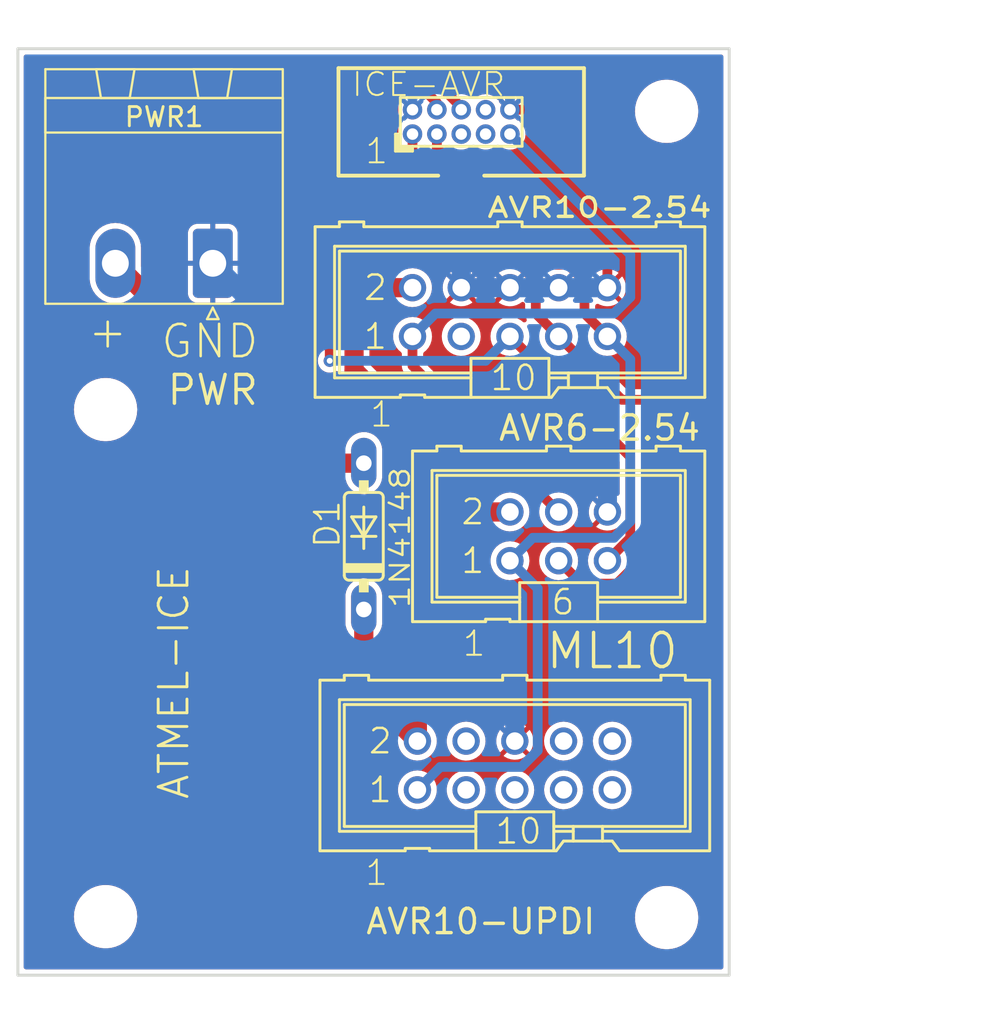
<source format=kicad_pcb>
(kicad_pcb (version 20211014) (generator pcbnew)
  (layers (0 "F.Cu" signal "Top") (31 "B.Cu" signal "Bottom") (34 "B.Paste" user) (35 "F.Paste" user) (36 "B.SilkS" user "B.Silkscreen") (37 "F.SilkS" user "F.Silkscreen") (38 "B.Mask" user) (39 "F.Mask" user) (44 "Edge.Cuts" user))
  (net 0 "")
  (net 1 "/TDO")
  (net 2 "/VTG")
  (net 3 "/TCK")
  (net 4 "/TDI")
  (net 5 "/NSRST")
  (net 6 "/GND")
  (net 8 "/TMS")
  (net 9 "/NTRST")
  (net 18 "Net-(D1-PadA)")
  (footprint "Mounting_Holes:MountingHole_2.7mm_M2.5" (layer "F.Cu") (at 66.548 130.556)
    (fp_text reference "P1" hide)
    (fp_text value "TST")
    (pad "" np_thru_hole circle locked (at 0 0) (size 2.7 2.7) (drill 2.7) (layers *.Cu *.Mask))
  )
  (footprint "Mounting_Holes:MountingHole_2.7mm_M2.5" (layer "F.Cu") (at 95.8 115.02)
    (fp_text reference "P2" hide)
    (fp_text value "TST")
    (pad "" np_thru_hole circle locked (at 0 0) (size 2.7 2.7) (drill 2.7) (layers *.Cu *.Mask))
  )
  (footprint "Mounting_Holes:MountingHole_2.7mm_M2.5" (layer "F.Cu") (at 66.548 156.972)
    (fp_text reference "P3" hide)
    (fp_text value "TST")
    (pad "" np_thru_hole circle locked (at 0 0) (size 2.7 2.7) (drill 2.7) (layers *.Cu *.Mask))
  )
  (footprint "Mounting_Holes:MountingHole_2.7mm_M2.5" (layer "F.Cu") (at 95.8 157.02)
    (fp_text reference "P4" hide)
    (fp_text value "TST")
    (pad "" np_thru_hole circle locked (at 0 0) (size 2.7 2.7) (drill 2.7) (layers *.Cu *.Mask))
  )
  (footprint "diode:DO35-7" (layer "F.Cu") (at 80.01 137.16 90)
    (fp_text reference "D1" (at 0.635 -1.90499 90) (layer "F.SilkS") (effects (font (size 1.27 1.27) (thickness 0.127))))
    (fp_text value "1N4148" (at -0.06 1.89 90) (layer "F.SilkS") (effects (font (size 1 1.27) (thickness 0.127))))
    (fp_line (start 0 0) (end 0 0.635) (layer "F.SilkS") (width 0.1524))
    (fp_line (start 0 0) (end 1.524 0) (layer "F.SilkS") (width 0.1524))
    (fp_line (start -2.032 1.016) (end 2.032 1.016) (layer "F.SilkS") (width 0.1524))
    (fp_line (start 1.016 0.635) (end 0 0) (layer "F.SilkS") (width 0.1524))
    (fp_line (start -0.635 0) (end 0 0) (layer "F.SilkS") (width 0.1524))
    (fp_line (start -2.032 -1.016) (end 2.032 -1.016) (layer "F.SilkS") (width 0.1524))
    (fp_line (start 2.286 -0.762) (end 2.286 0.762) (layer "F.SilkS") (width 0.1524))
    (fp_line (start -2.286 -0.762) (end -2.286 0.762) (layer "F.SilkS") (width 0.1524))
    (fp_line (start 0 0) (end 1.016 -0.635) (layer "F.SilkS") (width 0.1524))
    (fp_line (start 1.016 -0.635) (end 1.016 0.635) (layer "F.SilkS") (width 0.1524))
    (fp_line (start 0 -0.635) (end 0 0) (layer "F.SilkS") (width 0.1524))
    (fp_arc (start 2.286 0.762) (mid 2.211605 0.941605) (end 2.032 1.016) (layer "F.SilkS") (width 0.1524))
    (fp_arc (start -2.032 1.016) (mid -2.211605 0.941605) (end -2.286 0.762) (layer "F.SilkS") (width 0.1524))
    (fp_arc (start -2.286 -0.762) (mid -2.211605 -0.941605) (end -2.032 -1.016) (layer "F.SilkS") (width 0.1524))
    (fp_arc (start 2.032 -1.016) (mid 2.211605 -0.941605) (end 2.286 -0.762) (layer "F.SilkS") (width 0.1524))
    (fp_poly (pts (xy 2.286 -0.254) (xy 2.921 -0.254) (xy 2.921 0.254) (xy 2.286 0.254)) (layer "F.SilkS") (width 0) (fill solid))
    (fp_poly (pts (xy -1.905 -1.016) (xy -1.397 -1.016) (xy -1.397 1.016) (xy -1.905 1.016)) (layer "F.SilkS") (width 0) (fill solid))
    (fp_poly (pts (xy -2.921 -0.254) (xy -2.286 -0.254) (xy -2.286 0.254) (xy -2.921 0.254)) (layer "F.SilkS") (width 0) (fill solid))
    (pad "A" thru_hole oval locked (at 3.81 0 90) (size 2.6416 1.3208) (drill 0.8128) (layers *.Cu *.Mask) (net 18 "Net-(D1-PadA)"))
    (pad "C" thru_hole oval locked (at -3.81 0 90) (size 2.6416 1.3208) (drill 0.8128) (layers *.Cu *.Mask) (net 2 "/VTG"))
  )
  (footprint "con-harting-ml:ML6" (layer "F.Cu") (at 90.17 137.16)
    (fp_text reference "AVR6-2.54" (at 2.13 -5.64) (layer "F.SilkS") (effects (font (size 1.27 1.27) (thickness 0.1778))))
    (fp_text value "ML6" hide)
    (fp_text user "2" (at -4.475238 -1.27) (layer "F.SilkS") (effects (font (size 1.27 1.27) (thickness 0.127))))
    (fp_text user "1" (at -4.475238 1.27) (layer "F.SilkS") (effects (font (size 1.27 1.27) (thickness 0.127))))
    (fp_text user "6" (at 0.223762 3.429) (layer "F.SilkS") (effects (font (size 1.27 1.27) (thickness 0.127))))
    (fp_line (start -2.032 3.175) (end -2.032 2.413) (layer "F.SilkS") (width 0.1524))
    (fp_line (start -6.35 -4.699) (end -6.35 -4.445) (layer "F.SilkS") (width 0.1524))
    (fp_line (start -5.08 -4.445) (end -0.635 -4.445) (layer "F.SilkS") (width 0.1524))
    (fp_line (start 6.604 -3.429) (end -6.604 -3.429) (layer "F.SilkS") (width 0.15))
    (fp_line (start 6.35 -4.699) (end 5.08 -4.699) (layer "F.SilkS") (width 0.1524))
    (fp_line (start 2.032 3.429) (end 2.032 4.445) (layer "F.SilkS") (width 0.1524))
    (fp_line (start -5.08 -4.699) (end -5.08 -4.445) (layer "F.SilkS") (width 0.1524))
    (fp_line (start 2.032 3.429) (end 6.604 3.429) (layer "F.SilkS") (width 0.15))
    (fp_line (start 6.35 -4.445) (end 7.62 -4.445) (layer "F.SilkS") (width 0.1524))
    (fp_line (start -6.35 -3.175) (end 6.35 -3.175) (layer "F.SilkS") (width 0.1524))
    (fp_line (start 6.35 3.175) (end 6.35 -3.175) (layer "F.SilkS") (width 0.1524))
    (fp_line (start 2.032 2.413) (end 2.032 3.175) (layer "F.SilkS") (width 0.1524))
    (fp_line (start -6.604 3.429) (end -2.032 3.429) (layer "F.SilkS") (width 0.15))
    (fp_line (start -5.08 -4.699) (end -6.35 -4.699) (layer "F.SilkS") (width 0.1524))
    (fp_line (start 2.032 4.445) (end -2.032 4.445) (layer "F.SilkS") (width 0.1524))
    (fp_line (start -3.81 4.445) (end -3.81 4.318) (layer "F.SilkS") (width 0.1524))
    (fp_line (start 6.35 -4.445) (end 6.35 -4.699) (layer "F.SilkS") (width 0.1524))
    (fp_line (start -2.032 3.175) (end -2.032 3.429) (layer "F.SilkS") (width 0.1524))
    (fp_line (start -2.032 3.175) (end -6.35 3.175) (layer "F.SilkS") (width 0.1524))
    (fp_line (start -6.35 -3.175) (end -6.35 3.175) (layer "F.SilkS") (width 0.1524))
    (fp_line (start 0.635 -4.699) (end -0.635 -4.699) (layer "F.SilkS") (width 0.1524))
    (fp_line (start -0.635 -4.699) (end -0.635 -4.445) (layer "F.SilkS") (width 0.1524))
    (fp_line (start 6.604 3.429) (end 6.604 -3.429) (layer "F.SilkS") (width 0.15))
    (fp_line (start -6.604 -3.429) (end -6.604 3.429) (layer "F.SilkS") (width 0.15))
    (fp_line (start 0.635 -4.445) (end 5.08 -4.445) (layer "F.SilkS") (width 0.1524))
    (fp_line (start -2.54 4.318) (end -2.54 4.445) (layer "F.SilkS") (width 0.1524))
    (fp_line (start -7.62 -4.445) (end -7.62 4.445) (layer "F.SilkS") (width 0.1524))
    (fp_line (start -2.54 4.318) (end -3.81 4.318) (layer "F.SilkS") (width 0.1524))
    (fp_line (start 0.635 -4.699) (end 0.635 -4.445) (layer "F.SilkS") (width 0.1524))
    (fp_line (start 2.032 3.175) (end 2.032 3.429) (layer "F.SilkS") (width 0.1524))
    (fp_line (start 2.032 2.413) (end -2.032 2.413) (layer "F.SilkS") (width 0.1524))
    (fp_line (start -3.81 4.445) (end -7.62 4.445) (layer "F.SilkS") (width 0.1524))
    (fp_line (start 5.08 -4.445) (end 5.08 -4.699) (layer "F.SilkS") (width 0.1524))
    (fp_line (start -2.032 4.445) (end -2.54 4.445) (layer "F.SilkS") (width 0.1524))
    (fp_line (start -7.62 -4.445) (end -6.35 -4.445) (layer "F.SilkS") (width 0.1524))
    (fp_line (start 7.62 4.445) (end 2.032 4.445) (layer "F.SilkS") (width 0.1524))
    (fp_line (start 7.62 4.445) (end 7.62 -4.445) (layer "F.SilkS") (width 0.1524))
    (fp_line (start -2.032 3.429) (end -2.032 4.445) (layer "F.SilkS") (width 0.1524))
    (fp_line (start 6.35 3.175) (end 2.032 3.175) (layer "F.SilkS") (width 0.1524))
    (pad "1" thru_hole circle locked (at -2.54 1.27) (size 1.4224 1.4224) (drill 0.9144) (layers *.Cu *.Mask) (net 1 "/TDO"))
    (pad "2" thru_hole circle locked (at -2.54 -1.27) (size 1.4224 1.4224) (drill 0.9144) (layers *.Cu *.Mask) (net 2 "/VTG"))
    (pad "3" thru_hole circle locked (at 0 1.27) (size 1.4224 1.4224) (drill 0.9144) (layers *.Cu *.Mask) (net 3 "/TCK"))
    (pad "4" thru_hole circle locked (at 0 -1.27) (size 1.4224 1.4224) (drill 0.9144) (layers *.Cu *.Mask) (net 4 "/TDI"))
    (pad "5" thru_hole circle locked (at 2.54 1.27) (size 1.4224 1.4224) (drill 0.9144) (layers *.Cu *.Mask) (net 5 "/NSRST"))
    (pad "6" thru_hole circle locked (at 2.54 -1.27) (size 1.4224 1.4224) (drill 0.9144) (layers *.Cu *.Mask) (net 6 "/GND"))
  )
  (footprint "Connector_Phoenix_MSTB:PhoenixContact_MSTBA_2,5_2-G-5,08_1x02_P5.08mm_Horizontal" (layer "F.Cu") (at 72.136 122.936 180)
    (fp_text reference "PWR1" (at 2.54 7.62) (layer "F.SilkS"))
    (fp_text value "Screw_Terminal_01x02")
    (fp_line (start 8.73 10.11) (end 8.73 -2.11) (layer "F.SilkS") (width 0.12))
    (fp_line (start -3.65 8.61) (end -3.65 6.81) (layer "F.SilkS") (width 0.12))
    (fp_line (start -3.65 10.11) (end 8.73 10.11) (layer "F.SilkS") (width 0.12))
    (fp_line (start 0.3 -2.91) (end 0 -2.31) (layer "F.SilkS") (width 0.12))
    (fp_line (start -3.65 6.81) (end 8.73 6.81) (layer "F.SilkS") (width 0.12))
    (fp_line (start 1 10.11) (end 0.75 8.61) (layer "F.SilkS") (width 0.12))
    (fp_line (start 5.83 8.61) (end 4.33 8.61) (layer "F.SilkS") (width 0.12))
    (fp_line (start 6.08 10.11) (end 5.83 8.61) (layer "F.SilkS") (width 0.12))
    (fp_line (start 4.33 8.61) (end 4.08 10.11) (layer "F.SilkS") (width 0.12))
    (fp_line (start 8.73 8.61) (end -3.65 8.61) (layer "F.SilkS") (width 0.12))
    (fp_line (start -0.75 8.61) (end -1 10.11) (layer "F.SilkS") (width 0.12))
    (fp_line (start 0 -2.31) (end -0.3 -2.91) (layer "F.SilkS") (width 0.12))
    (fp_line (start -1 10.11) (end 1 10.11) (layer "F.SilkS") (width 0.12))
    (fp_line (start -0.3 -2.91) (end 0.3 -2.91) (layer "F.SilkS") (width 0.12))
    (fp_line (start 0.75 8.61) (end -0.75 8.61) (layer "F.SilkS") (width 0.12))
    (fp_line (start 8.73 6.81) (end 8.73 8.61) (layer "F.SilkS") (width 0.12))
    (fp_line (start 8.73 -2.11) (end -3.65 -2.11) (layer "F.SilkS") (width 0.12))
    (fp_line (start -3.65 -2.11) (end -3.65 10.11) (layer "F.SilkS") (width 0.12))
    (fp_line (start 4.08 10.11) (end 6.08 10.11) (layer "F.SilkS") (width 0.12))
    (pad "1" thru_hole roundrect locked (at 0 0 180) (size 2.08 3.6) (drill 1.4) (layers *.Cu *.Mask) (roundrect_rratio 0.120192) (net 6 "/GND"))
    (pad "2" thru_hole oval locked (at 5.08 0 180) (size 2.08 3.6) (drill 1.4) (layers *.Cu *.Mask) (net 18 "Net-(D1-PadA)"))
  )
  (footprint "con-harting-ml:ML10" (layer "F.Cu") (at 87.884 149.098)
    (fp_text reference "AVR10-UPDI" (at -1.778 8.128) (layer "F.SilkS") (effects (font (size 1.27 1.27) (thickness 0.1778))))
    (fp_text value "ML10" (at 5.08 -5.969) (layer "F.SilkS") (effects (font (size 1.778 1.778) (thickness 0.1778))))
    (fp_text user "2" (at -7.015238 -1.27) (layer "F.SilkS") (effects (font (size 1.27 1.27) (thickness 0.127))))
    (fp_text user "1" (at -7.015238 1.27) (layer "F.SilkS") (effects (font (size 1.27 1.27) (thickness 0.127))))
    (fp_text user "10" (at 0.193524 3.429) (layer "F.SilkS") (effects (font (size 1.27 1.27) (thickness 0.127))))
    (fp_line (start 10.16 4.445) (end 10.16 -4.445) (layer "F.SilkS") (width 0.1524))
    (fp_line (start -9.144 3.429) (end -2.032 3.429) (layer "F.SilkS") (width 0.15))
    (fp_line (start 3.048 3.429) (end 3.048 3.937) (layer "F.SilkS") (width 0.1524))
    (fp_line (start -10.16 -4.445) (end -10.16 4.445) (layer "F.SilkS") (width 0.1524))
    (fp_line (start -2.032 3.175) (end -2.032 2.413) (layer "F.SilkS") (width 0.1524))
    (fp_line (start 8.89 3.175) (end 4.572 3.175) (layer "F.SilkS") (width 0.1524))
    (fp_line (start 2.032 4.445) (end -2.032 4.445) (layer "F.SilkS") (width 0.1524))
    (fp_line (start 9.144 3.429) (end 9.144 -3.429) (layer "F.SilkS") (width 0.15))
    (fp_line (start 8.89 3.175) (end 8.89 -3.175) (layer "F.SilkS") (width 0.1524))
    (fp_line (start 4.572 3.937) (end 3.048 3.937) (layer "F.SilkS") (width 0.1524))
    (fp_line (start 2.032 3.175) (end 2.032 3.429) (layer "F.SilkS") (width 0.1524))
    (fp_line (start -4.445 4.318) (end -5.715 4.318) (layer "F.SilkS") (width 0.1524))
    (fp_line (start 0.635 -4.699) (end 0.635 -4.445) (layer "F.SilkS") (width 0.1524))
    (fp_line (start -0.635 -4.699) (end -0.635 -4.445) (layer "F.SilkS") (width 0.1524))
    (fp_line (start 3.048 3.937) (end 2.54 3.937) (layer "F.SilkS") (width 0.1524))
    (fp_line (start 9.144 -3.429) (end -9.144 -3.429) (layer "F.SilkS") (width 0.15))
    (fp_line (start 4.572 3.175) (end 4.572 3.429) (layer "F.SilkS") (width 0.1524))
    (fp_line (start 0.635 -4.445) (end 7.62 -4.445) (layer "F.SilkS") (width 0.1524))
    (fp_line (start -5.715 4.445) (end -5.715 4.318) (layer "F.SilkS") (width 0.1524))
    (fp_line (start 2.032 2.413) (end 2.032 3.175) (layer "F.SilkS") (width 0.1524))
    (fp_line (start -8.89 -4.699) (end -8.89 -4.445) (layer "F.SilkS") (width 0.1524))
    (fp_line (start -2.032 3.429) (end -2.032 4.445) (layer "F.SilkS") (width 0.1524))
    (fp_line (start 4.572 3.429) (end 9.144 3.429) (layer "F.SilkS") (width 0.15))
    (fp_line (start -8.89 -3.175) (end -8.89 3.175) (layer "F.SilkS") (width 0.1524))
    (fp_line (start 5.08 3.937) (end 4.572 3.937) (layer "F.SilkS") (width 0.1524))
    (fp_line (start -8.89 -3.175) (end 8.89 -3.175) (layer "F.SilkS") (width 0.1524))
    (fp_line (start 3.048 3.429) (end 2.032 3.429) (layer "F.SilkS") (width 0.15))
    (fp_line (start 2.159 4.445) (end 2.032 4.445) (layer "F.SilkS") (width 0.1524))
    (fp_line (start 4.572 3.429) (end 4.572 3.937) (layer "F.SilkS") (width 0.1524))
    (fp_line (start -5.715 4.445) (end -10.16 4.445) (layer "F.SilkS") (width 0.1524))
    (fp_line (start 10.16 4.445) (end 5.461 4.445) (layer "F.SilkS") (width 0.1524))
    (fp_line (start -4.445 4.318) (end -4.445 4.445) (layer "F.SilkS") (width 0.1524))
    (fp_line (start -10.16 -4.445) (end -8.89 -4.445) (layer "F.SilkS") (width 0.1524))
    (fp_line (start -2.032 3.175) (end -8.89 3.175) (layer "F.SilkS") (width 0.1524))
    (fp_line (start -7.62 -4.699) (end -7.62 -4.445) (layer "F.SilkS") (width 0.1524))
    (fp_line (start 4.572 3.175) (end 3.048 3.175) (layer "F.SilkS") (width 0.1524))
    (fp_line (start 2.032 3.429) (end 2.032 4.445) (layer "F.SilkS") (width 0.1524))
    (fp_line (start 8.89 -4.445) (end 10.16 -4.445) (layer "F.SilkS") (width 0.1524))
    (fp_line (start 8.89 -4.445) (end 8.89 -4.699) (layer "F.SilkS") (width 0.1524))
    (fp_line (start 3.048 3.175) (end 2.032 3.175) (layer "F.SilkS") (width 0.1524))
    (fp_line (start 2.159 4.445) (end 2.54 3.937) (layer "F.SilkS") (width 0.1524))
    (fp_line (start -2.032 3.175) (end -2.032 3.429) (layer "F.SilkS") (width 0.1524))
    (fp_line (start -7.62 -4.699) (end -8.89 -4.699) (layer "F.SilkS") (width 0.1524))
    (fp_line (start -7.62 -4.445) (end -0.635 -4.445) (layer "F.SilkS") (width 0.1524))
    (fp_line (start 3.048 3.175) (end 3.048 3.429) (layer "F.SilkS") (width 0.1524))
    (fp_line (start 0.635 -4.699) (end -0.635 -4.699) (layer "F.SilkS") (width 0.1524))
    (fp_line (start 8.89 -4.699) (end 7.62 -4.699) (layer "F.SilkS") (width 0.1524))
    (fp_line (start 2.032 2.413) (end -2.032 2.413) (layer "F.SilkS") (width 0.1524))
    (fp_line (start -9.144 -3.429) (end -9.144 3.429) (layer "F.SilkS") (width 0.15))
    (fp_line (start 5.08 3.937) (end 5.461 4.445) (layer "F.SilkS") (width 0.1524))
    (fp_line (start -2.032 4.445) (end -4.445 4.445) (layer "F.SilkS") (width 0.1524))
    (fp_line (start 7.62 -4.445) (end 7.62 -4.699) (layer "F.SilkS") (width 0.1524))
    (pad "1" thru_hole circle locked (at -5.08 1.27) (size 1.4224 1.4224) (drill 0.9144) (layers *.Cu *.Mask) (net 1 "/TDO"))
    (pad "2" thru_hole circle locked (at -5.08 -1.27) (size 1.4224 1.4224) (drill 0.9144) (layers *.Cu *.Mask) (net 2 "/VTG"))
    (pad "3" thru_hole circle locked (at -2.54 1.27) (size 1.4224 1.4224) (drill 0.9144) (layers *.Cu *.Mask))
    (pad "4" thru_hole circle locked (at -2.54 -1.27) (size 1.4224 1.4224) (drill 0.9144) (layers *.Cu *.Mask))
    (pad "5" thru_hole circle locked (at 0 1.27) (size 1.4224 1.4224) (drill 0.9144) (layers *.Cu *.Mask))
    (pad "6" thru_hole circle locked (at 0 -1.27) (size 1.4224 1.4224) (drill 0.9144) (layers *.Cu *.Mask) (net 6 "/GND"))
    (pad "7" thru_hole circle locked (at 2.54 1.27) (size 1.4224 1.4224) (drill 0.9144) (layers *.Cu *.Mask))
    (pad "8" thru_hole circle locked (at 2.54 -1.27) (size 1.4224 1.4224) (drill 0.9144) (layers *.Cu *.Mask))
    (pad "9" thru_hole circle locked (at 5.08 1.27) (size 1.4224 1.4224) (drill 0.9144) (layers *.Cu *.Mask))
    (pad "10" thru_hole circle locked (at 5.08 -1.27) (size 1.4224 1.4224) (drill 0.9144) (layers *.Cu *.Mask))
  )
  (footprint "Arduino_Wifi_shield_v018_tG:PINHEAD_2X05_127" (layer "F.Cu") (at 85.09 115.57 90)
    (fp_text reference "ICE-AVR1" hide)
    (fp_text value "PINHEAD_PINHD-2X5" hide)
    (fp_line (start -1.27 3.175) (end -1.27 -2.54) (layer "F.SilkS") (width 0.15))
    (fp_line (start -1.524 -2.54) (end -1.397 -2.54) (layer "F.SilkS") (width 0.15))
    (fp_line (start -0.635 -3.175) (end 1.27 -3.175) (layer "F.SilkS") (width 0.15))
    (fp_line (start -1.524 -3.429) (end -1.524 -2.54) (layer "F.SilkS") (width 0.15))
    (fp_line (start 2.8 6.4) (end -2.8 6.4) (layer "F.SilkS") (width 0.2))
    (fp_line (start -1.27 -3.175) (end -0.635 -3.175) (layer "F.SilkS") (width 0.15))
    (fp_line (start -1.397 -3.302) (end -0.635 -3.302) (layer "F.SilkS") (width 0.15))
    (fp_line (start -2.8 -1.2) (end -2.8 -6.4) (layer "F.SilkS") (width 0.2))
    (fp_line (start -2.8 6.4) (end -2.8 1.2) (layer "F.SilkS") (width 0.2))
    (fp_line (start -1.27 -2.54) (end -1.397 -2.54) (layer "F.SilkS") (width 0.15))
    (fp_line (start 1.27 -3.175) (end 1.27 3.175) (layer "F.SilkS") (width 0.15))
    (fp_line (start -0.635 -3.429) (end -1.524 -3.429) (layer "F.SilkS") (width 0.15))
    (fp_line (start 1.27 3.175) (end -1.27 3.175) (layer "F.SilkS") (width 0.15))
    (fp_line (start -1.397 -2.54) (end -1.397 -3.302) (layer "F.SilkS") (width 0.15))
    (fp_line (start -2.8 -6.4) (end 2.8 -6.4) (layer "F.SilkS") (width 0.2))
    (fp_line (start -1.27 -2.54) (end -1.27 -3.175) (layer "F.SilkS") (width 0.15))
    (fp_line (start -0.635 -3.302) (end -0.635 -3.175) (layer "F.SilkS") (width 0.15))
    (fp_line (start 2.8 -6.4) (end 2.8 6.4) (layer "F.SilkS") (width 0.2))
    (fp_line (start -0.635 -3.302) (end -0.635 -3.429) (layer "F.SilkS") (width 0.15))
    (pad "1" thru_hole circle locked (at -0.635 -2.54 90) (size 1.016 1.016) (drill 0.6) (layers *.Cu *.Mask) (net 3 "/TCK"))
    (pad "2" thru_hole circle locked (at 0.635 -2.54 90) (size 1.016 1.016) (drill 0.6) (layers *.Cu *.Mask) (net 6 "/GND"))
    (pad "3" thru_hole circle locked (at -0.635 -1.27 90) (size 1.016 1.016) (drill 0.6) (layers *.Cu *.Mask) (net 1 "/TDO"))
    (pad "4" thru_hole circle locked (at 0.635 -1.27 90) (size 1.016 1.016) (drill 0.6) (layers *.Cu *.Mask) (net 2 "/VTG"))
    (pad "5" thru_hole circle locked (at -0.635 0 90) (size 1.016 1.016) (drill 0.6) (layers *.Cu *.Mask) (net 8 "/TMS"))
    (pad "6" thru_hole circle locked (at 0.635 0 90) (size 1.016 1.016) (drill 0.6) (layers *.Cu *.Mask) (net 5 "/NSRST"))
    (pad "7" thru_hole circle locked (at -0.635 1.27 90) (size 1.016 1.016) (drill 0.6) (layers *.Cu *.Mask))
    (pad "8" thru_hole circle locked (at 0.635 1.27 90) (size 1.016 1.016) (drill 0.6) (layers *.Cu *.Mask) (net 9 "/NTRST"))
    (pad "9" thru_hole circle locked (at -0.635 2.54 90) (size 1.016 1.016) (drill 0.6) (layers *.Cu *.Mask) (net 4 "/TDI"))
    (pad "10" thru_hole circle locked (at 0.635 2.54 90) (size 1.016 1.016) (drill 0.6) (layers *.Cu *.Mask) (net 6 "/GND"))
  )
  (footprint "con-harting-ml:ML10" (layer "F.Cu") (at 87.63 125.476)
    (fp_text reference "AVR10-2.54" (at 4.67 -5.44) (layer "F.SilkS") (effects (font (size 1 1.27) (thickness 0.1778))))
    (fp_text value "ML10" hide)
    (fp_text user "10" (at 0.193524 3.429) (layer "F.SilkS") (effects (font (size 1.27 1.27) (thickness 0.127))))
    (fp_text user "2" (at -7.015238 -1.27) (layer "F.SilkS") (effects (font (size 1.27 1.27) (thickness 0.127))))
    (fp_text user "1" (at -7.015238 1.27) (layer "F.SilkS") (effects (font (size 1.27 1.27) (thickness 0.127))))
    (fp_line (start 10.16 4.445) (end 5.461 4.445) (layer "F.SilkS") (width 0.1524))
    (fp_line (start 4.572 3.175) (end 4.572 3.429) (layer "F.SilkS") (width 0.1524))
    (fp_line (start -2.032 3.429) (end -2.032 4.445) (layer "F.SilkS") (width 0.1524))
    (fp_line (start 8.89 3.175) (end 4.572 3.175) (layer "F.SilkS") (width 0.1524))
    (fp_line (start 5.08 3.937) (end 4.572 3.937) (layer "F.SilkS") (width 0.1524))
    (fp_line (start -7.62 -4.699) (end -7.62 -4.445) (layer "F.SilkS") (width 0.1524))
    (fp_line (start 0.635 -4.699) (end 0.635 -4.445) (layer "F.SilkS") (width 0.1524))
    (fp_line (start 2.032 4.445) (end -2.032 4.445) (layer "F.SilkS") (width 0.1524))
    (fp_line (start 4.572 3.937) (end 3.048 3.937) (layer "F.SilkS") (width 0.1524))
    (fp_line (start -8.89 -4.699) (end -8.89 -4.445) (layer "F.SilkS") (width 0.1524))
    (fp_line (start 4.572 3.429) (end 4.572 3.937) (layer "F.SilkS") (width 0.1524))
    (fp_line (start 2.032 3.429) (end 2.032 4.445) (layer "F.SilkS") (width 0.1524))
    (fp_line (start -2.032 3.175) (end -2.032 2.413) (layer "F.SilkS") (width 0.1524))
    (fp_line (start -0.635 -4.699) (end -0.635 -4.445) (layer "F.SilkS") (width 0.1524))
    (fp_line (start -2.032 4.445) (end -4.445 4.445) (layer "F.SilkS") (width 0.1524))
    (fp_line (start -9.144 3.429) (end -2.032 3.429) (layer "F.SilkS") (width 0.15))
    (fp_line (start 4.572 3.175) (end 3.048 3.175) (layer "F.SilkS") (width 0.1524))
    (fp_line (start 2.032 2.413) (end 2.032 3.175) (layer "F.SilkS") (width 0.1524))
    (fp_line (start 0.635 -4.445) (end 7.62 -4.445) (layer "F.SilkS") (width 0.1524))
    (fp_line (start 3.048 3.175) (end 2.032 3.175) (layer "F.SilkS") (width 0.1524))
    (fp_line (start -4.445 4.318) (end -4.445 4.445) (layer "F.SilkS") (width 0.1524))
    (fp_line (start -5.715 4.445) (end -10.16 4.445) (layer "F.SilkS") (width 0.1524))
    (fp_line (start 8.89 -4.445) (end 8.89 -4.699) (layer "F.SilkS") (width 0.1524))
    (fp_line (start 5.08 3.937) (end 5.461 4.445) (layer "F.SilkS") (width 0.1524))
    (fp_line (start 10.16 4.445) (end 10.16 -4.445) (layer "F.SilkS") (width 0.1524))
    (fp_line (start 8.89 3.175) (end 8.89 -3.175) (layer "F.SilkS") (width 0.1524))
    (fp_line (start 9.144 3.429) (end 9.144 -3.429) (layer "F.SilkS") (width 0.15))
    (fp_line (start 9.144 -3.429) (end -9.144 -3.429) (layer "F.SilkS") (width 0.15))
    (fp_line (start -8.89 -3.175) (end 8.89 -3.175) (layer "F.SilkS") (width 0.1524))
    (fp_line (start -4.445 4.318) (end -5.715 4.318) (layer "F.SilkS") (width 0.1524))
    (fp_line (start -2.032 3.175) (end -2.032 3.429) (layer "F.SilkS") (width 0.1524))
    (fp_line (start -10.16 -4.445) (end -8.89 -4.445) (layer "F.SilkS") (width 0.1524))
    (fp_line (start 3.048 3.937) (end 2.54 3.937) (layer "F.SilkS") (width 0.1524))
    (fp_line (start 2.159 4.445) (end 2.032 4.445) (layer "F.SilkS") (width 0.1524))
    (fp_line (start -5.715 4.445) (end -5.715 4.318) (layer "F.SilkS") (width 0.1524))
    (fp_line (start 2.032 3.175) (end 2.032 3.429) (layer "F.SilkS") (width 0.1524))
    (fp_line (start -7.62 -4.445) (end -0.635 -4.445) (layer "F.SilkS") (width 0.1524))
    (fp_line (start -2.032 3.175) (end -8.89 3.175) (layer "F.SilkS") (width 0.1524))
    (fp_line (start -10.16 -4.445) (end -10.16 4.445) (layer "F.SilkS") (width 0.1524))
    (fp_line (start 8.89 -4.445) (end 10.16 -4.445) (layer "F.SilkS") (width 0.1524))
    (fp_line (start 4.572 3.429) (end 9.144 3.429) (layer "F.SilkS") (width 0.15))
    (fp_line (start 3.048 3.429) (end 2.032 3.429) (layer "F.SilkS") (width 0.15))
    (fp_line (start 3.048 3.429) (end 3.048 3.937) (layer "F.SilkS") (width 0.1524))
    (fp_line (start 2.159 4.445) (end 2.54 3.937) (layer "F.SilkS") (width 0.1524))
    (fp_line (start 2.032 2.413) (end -2.032 2.413) (layer "F.SilkS") (width 0.1524))
    (fp_line (start -9.144 -3.429) (end -9.144 3.429) (layer "F.SilkS") (width 0.15))
    (fp_line (start -8.89 -3.175) (end -8.89 3.175) (layer "F.SilkS") (width 0.1524))
    (fp_line (start 7.62 -4.445) (end 7.62 -4.699) (layer "F.SilkS") (width 0.1524))
    (fp_line (start 3.048 3.175) (end 3.048 3.429) (layer "F.SilkS") (width 0.1524))
    (fp_line (start 8.89 -4.699) (end 7.62 -4.699) (layer "F.SilkS") (width 0.1524))
    (fp_line (start -7.62 -4.699) (end -8.89 -4.699) (layer "F.SilkS") (width 0.1524))
    (fp_line (start 0.635 -4.699) (end -0.635 -4.699) (layer "F.SilkS") (width 0.1524))
    (pad "1" thru_hole circle locked (at -5.08 1.27) (size 1.4224 1.4224) (drill 0.9144) (layers *.Cu *.Mask) (net 4 "/TDI"))
    (pad "2" thru_hole circle locked (at -5.08 -1.27) (size 1.4224 1.4224) (drill 0.9144) (layers *.Cu *.Mask) (net 2 "/VTG"))
    (pad "3" thru_hole circle locked (at -2.54 1.27) (size 1.4224 1.4224) (drill 0.9144) (layers *.Cu *.Mask))
    (pad "4" thru_hole circle locked (at -2.54 -1.27) (size 1.4224 1.4224) (drill 0.9144) (layers *.Cu *.Mask) (net 6 "/GND"))
    (pad "5" thru_hole circle locked (at 0 1.27) (size 1.4224 1.4224) (drill 0.9144) (layers *.Cu *.Mask) (net 5 "/NSRST"))
    (pad "6" thru_hole circle locked (at 0 -1.27) (size 1.4224 1.4224) (drill 0.9144) (layers *.Cu *.Mask) (net 6 "/GND"))
    (pad "7" thru_hole circle locked (at 2.54 1.27) (size 1.4224 1.4224) (drill 0.9144) (layers *.Cu *.Mask) (net 3 "/TCK"))
    (pad "8" thru_hole circle locked (at 2.54 -1.27) (size 1.4224 1.4224) (drill 0.9144) (layers *.Cu *.Mask) (net 6 "/GND"))
    (pad "9" thru_hole circle locked (at 5.08 1.27) (size 1.4224 1.4224) (drill 0.9144) (layers *.Cu *.Mask) (net 1 "/TDO"))
    (pad "10" thru_hole circle locked (at 5.08 -1.27) (size 1.4224 1.4224) (drill 0.9144) (layers *.Cu *.Mask) (net 6 "/GND"))
  )
  (gr_line (start 99.06 111.76) (end 61.976 111.76) (layer "Edge.Cuts") (width 0.15))
  (gr_line (start 99.06 160.02) (end 99.06 111.76) (layer "Edge.Cuts") (width 0.15))
  (gr_line (start 61.976 112.014) (end 61.976 111.76) (layer "Edge.Cuts") (width 0.15))
  (gr_line (start 61.976 112.014) (end 61.976 160.02) (layer "Edge.Cuts") (width 0.15))
  (gr_line (start 99.06 160.02) (end 61.976 160.02) (layer "Edge.Cuts") (width 0.15))
  (gr_text "GND" (at 69.342 127) (layer "F.SilkS") (effects (font (size 1.6764 1.6764) (thickness 0.134112)) (justify left)))
  (gr_text "+" (at 65.532 126.492) (layer "F.SilkS") (effects (font (size 1.6764 1.6764) (thickness 0.134112)) (justify left)))
  (gr_text "ICE-AVR" (at 79.3 113.62) (layer "F.SilkS") (effects (font (size 1.2 1.27) (thickness 0.1016)) (justify left)))
  (gr_text "ATMEL-ICE" (at 70.104 144.78 90) (layer "F.SilkS") (effects (font (size 1.5 1.5))))
  (gr_text "1" (at 80.01 154.686) (layer "F.SilkS") (effects (font (size 1.27 1.27) (thickness 0.1016)) (justify left)))
  (gr_text "1" (at 85.09 142.748) (layer "F.SilkS") (effects (font (size 1.27 1.27) (thickness 0.1016)) (justify left)))
  (gr_text "1" (at 80.01 117.094) (layer "F.SilkS") (effects (font (size 1.27 1.27) (thickness 0.1016)) (justify left)))
  (gr_text "PWR" (at 72.136 129.54) (layer "F.SilkS") (effects (font (size 1.5 1.5) (thickness 0.18))))
  (gr_text "1" (at 80.264 130.81) (layer "F.SilkS") (effects (font (size 1.27 1.27) (thickness 0.1016)) (justify left)))
  (segment (start 90.664287 123.012689) (end 91.516689 123.865091) (width 0.508) (layer "F.Cu") (net 1))
  (segment (start 83.82 116.205) (end 83.82 116.92342) (width 0.508) (layer "F.Cu") (net 1))
  (segment (start 89.909269 123.012689) (end 90.664287 123.012689) (width 0.508) (layer "F.Cu") (net 1))
  (segment (start 83.82 116.92342) (end 89.909269 123.012689) (width 0.508) (layer "F.Cu") (net 1))
  (segment (start 91.516689 125.552689) (end 92.71 126.746) (width 0.508) (layer "F.Cu") (net 1))
  (segment (start 91.516689 123.865091) (end 91.516689 125.552689) (width 0.508) (layer "F.Cu") (net 1))
  (segment (start 89.077311 139.877311) (end 89.077311 148.322287) (width 0.508) (layer "B.Cu") (net 1))
  (segment (start 93.903311 127.939311) (end 93.903311 136.384287) (width 0.508) (layer "B.Cu") (net 1))
  (segment (start 88.823311 137.236689) (end 87.63 138.43) (width 0.508) (layer "B.Cu") (net 1))
  (segment (start 93.903311 136.384287) (end 93.050909 137.236689) (width 0.508) (layer "B.Cu") (net 1))
  (segment (start 87.63 138.43) (end 89.077311 139.877311) (width 0.508) (layer "B.Cu") (net 1))
  (segment (start 88.224909 149.174689) (end 83.997311 149.174689) (width 0.508) (layer "B.Cu") (net 1))
  (segment (start 83.997311 149.174689) (end 82.804 150.368) (width 0.508) (layer "B.Cu") (net 1))
  (segment (start 92.71 126.746) (end 93.903311 127.939311) (width 0.508) (layer "B.Cu") (net 1))
  (segment (start 89.077311 148.322287) (end 88.224909 149.174689) (width 0.508) (layer "B.Cu") (net 1))
  (segment (start 93.050909 137.236689) (end 88.823311 137.236689) (width 0.508) (layer "B.Cu") (net 1))
  (segment (start 79.502 128.524) (end 79.502 124.968) (width 1) (layer "F.Cu") (net 2))
  (segment (start 81.559889 114.524882) (end 81.559889 122.910111) (width 0.508) (layer "F.Cu") (net 2))
  (segment (start 81.559889 122.910111) (end 79.502 124.968) (width 0.508) (layer "F.Cu") (net 2))
  (segment (start 80.01 140.97) (end 80.01 145.034) (width 1) (layer "F.Cu") (net 2))
  (segment (start 80.264 124.206) (end 82.55 124.206) (width 1) (layer "F.Cu") (net 2))
  (segment (start 87.63 135.89) (end 83.312 135.89) (width 1) (layer "F.Cu") (net 2))
  (segment (start 82.804 131.826) (end 79.502 128.524) (width 1) (layer "F.Cu") (net 2))
  (segment (start 82.139882 113.944889) (end 81.559889 114.524882) (width 0.508) (layer "F.Cu") (net 2))
  (segment (start 79.502 124.968) (end 80.264 124.206) (width 1) (layer "F.Cu") (net 2))
  (segment (start 80.01 145.034) (end 82.804 147.828) (width 1) (layer "F.Cu") (net 2))
  (segment (start 83.82 114.935) (end 83.82 114.575789) (width 0.508) (layer "F.Cu") (net 2))
  (segment (start 83.1891 113.944889) (end 82.139882 113.944889) (width 0.508) (layer "F.Cu") (net 2))
  (segment (start 83.82 114.575789) (end 83.1891 113.944889) (width 0.508) (layer "F.Cu") (net 2))
  (segment (start 82.804 147.828) (end 82.804 135.382) (width 1) (layer "F.Cu") (net 2))
  (segment (start 82.804 135.382) (end 82.804 131.826) (width 1) (layer "F.Cu") (net 2))
  (segment (start 83.312 135.89) (end 82.804 135.382) (width 1) (layer "F.Cu") (net 2))
  (segment (start 88.976689 125.552689) (end 90.17 126.746) (width 0.508) (layer "F.Cu") (net 3))
  (segment (start 93.472 130.048) (end 90.17 126.746) (width 0.508) (layer "F.Cu") (net 3))
  (segment (start 82.55 117.438402) (end 88.976689 123.865091) (width 0.508) (layer "F.Cu") (net 3))
  (segment (start 94.996 130.048) (end 93.472 130.048) (width 0.508) (layer "F.Cu") (net 3))
  (segment (start 91.363311 139.623311) (end 93.204287 139.623311) (width 0.508) (layer "F.Cu") (net 3))
  (segment (start 90.17 138.43) (end 91.363311 139.623311) (width 0.508) (layer "F.Cu") (net 3))
  (segment (start 82.55 116.205) (end 82.55 117.438402) (width 0.508) (layer "F.Cu") (net 3))
  (segment (start 94.996 137.831598) (end 94.996 130.048) (width 0.508) (layer "F.Cu") (net 3))
  (segment (start 88.976689 123.865091) (end 88.976689 125.552689) (width 0.508) (layer "F.Cu") (net 3))
  (segment (start 93.204287 139.623311) (end 94.996 137.831598) (width 0.508) (layer "F.Cu") (net 3))
  (segment (start 90.17 135.89) (end 82.55 128.27) (width 0.508) (layer "F.Cu") (net 4))
  (segment (start 82.55 128.27) (end 82.55 126.746) (width 0.508) (layer "F.Cu") (net 4))
  (segment (start 83.743311 125.552689) (end 82.55 126.746) (width 0.508) (layer "B.Cu") (net 4))
  (segment (start 93.903311 124.700287) (end 93.050909 125.552689) (width 0.508) (layer "B.Cu") (net 4))
  (segment (start 93.050909 125.552689) (end 83.743311 125.552689) (width 0.508) (layer "B.Cu") (net 4))
  (segment (start 87.63 116.205) (end 93.903311 122.478311) (width 0.508) (layer "B.Cu") (net 4))
  (segment (start 93.903311 122.478311) (end 93.903311 124.700287) (width 0.508) (layer "B.Cu") (net 4))
  (segment (start 85.09 114.935) (end 85.09 114.804771) (width 0.508) (layer "F.Cu") (net 5))
  (segment (start 93.903311 137.236689) (end 93.903311 133.019311) (width 0.508) (layer "F.Cu") (net 5))
  (segment (start 92.71 138.43) (end 93.903311 137.236689) (width 0.508) (layer "F.Cu") (net 5))
  (segment (start 93.903311 133.019311) (end 87.63 126.746) (width 0.508) (layer "F.Cu") (net 5))
  (segment (start 81.834975 113.208778) (end 78.232 116.811753) (width 0.508) (layer "F.Cu") (net 5))
  (segment (start 85.09 114.804771) (end 83.494007 113.208778) (width 0.508) (layer "F.Cu") (net 5))
  (segment (start 83.494007 113.208778) (end 81.834975 113.208778) (width 0.508) (layer "F.Cu") (net 5))
  (segment (start 78.232 116.811753) (end 78.232 128.016) (width 0.508) (layer "F.Cu") (net 5))
  (via (at 78.232 128.016) (size 0.635) (drill 0.3048) (layers "F.Cu" "B.Cu") (net 5))
  (segment (start 78.232 128.016) (end 86.36 128.016) (width 0.508) (layer "B.Cu") (net 5))
  (segment (start 86.36 128.016) (end 87.63 126.746) (width 0.508) (layer "B.Cu") (net 5))
  (segment (start 92.71 118.364) (end 92.71 124.206) (width 0.508) (layer "F.Cu") (net 6))
  (segment (start 87.63 114.935) (end 89.281 114.935) (width 0.508) (layer "F.Cu") (net 6))
  (segment (start 89.281 114.935) (end 92.71 118.364) (width 0.508) (layer "F.Cu") (net 6))
  (segment (start 85.09 122.428) (end 83.566 120.904) (width 1) (layer "B.Cu") (net 6))
  (segment (start 72.136 122.936) (end 74.168 124.968) (width 1) (layer "B.Cu") (net 6))
  (segment (start 85.09 124.206) (end 85.09 122.428) (width 1) (layer "B.Cu") (net 6))
  (segment (start 74.168 124.968) (end 74.168 130.302) (width 1) (layer "B.Cu") (net 6))
  (segment (start 87.884 145.542) (end 87.884 147.828) (width 1) (layer "B.Cu") (net 6))
  (segment (start 86.868 145.034) (end 87.122 144.78) (width 1) (layer "B.Cu") (net 6))
  (segment (start 74.168 130.302) (end 74.168 145.034) (width 1) (layer "B.Cu") (net 6))
  (segment (start 87.63 114.046) (end 87.63 114.935) (width 0.508) (layer "B.Cu") (net 6))
  (segment (start 83.48258 113.284) (end 86.868 113.284) (width 0.508) (layer "B.Cu") (net 6))
  (segment (start 76.454 120.904) (end 74.168 123.19) (width 1) (layer "B.Cu") (net 6))
  (segment (start 89.154 130.302) (end 74.168 130.302) (width 1) (layer "B.Cu") (net 6))
  (segment (start 74.168 145.034) (end 86.868 145.034) (width 1) (layer "B.Cu") (net 6))
  (segment (start 87.63 124.206) (end 85.09 124.206) (width 1) (layer "B.Cu") (net 6))
  (segment (start 82.55 114.21658) (end 83.48258 113.284) (width 0.508) (layer "B.Cu") (net 6))
  (segment (start 92.71 133.858) (end 89.154 130.302) (width 1) (layer "B.Cu") (net 6))
  (segment (start 87.122 144.78) (end 87.884 145.542) (width 1) (layer "B.Cu") (net 6))
  (segment (start 74.168 123.19) (end 74.168 124.968) (width 1) (layer "B.Cu") (net 6))
  (segment (start 92.71 124.206) (end 90.17 124.206) (width 1) (layer "B.Cu") (net 6))
  (segment (start 92.71 135.89) (end 92.71 133.858) (width 1) (layer "B.Cu") (net 6))
  (segment (start 90.17 124.206) (end 87.63 124.206) (width 1) (layer "B.Cu") (net 6))
  (segment (start 86.868 113.284) (end 87.63 114.046) (width 0.508) (layer "B.Cu") (net 6))
  (segment (start 82.55 114.935) (end 82.55 114.21658) (width 0.508) (layer "B.Cu") (net 6))
  (segment (start 83.566 120.904) (end 76.454 120.904) (width 1) (layer "B.Cu") (net 6))
  (segment (start 77.47 133.35) (end 80.01 133.35) (width 1) (layer "F.Cu") (net 18))
  (segment (start 67.056 122.936) (end 77.47 133.35) (width 1) (layer "F.Cu") (net 18))
  (zone (net 6) (net_name "/GND") (layer "F.Cu") (priority 6) (connect_pads (clearance 0.3)) (min_thickness 0.254) (fill yes (thermal_gap 0.255) (thermal_bridge_width 0.255))
    (polygon (pts (xy 61.722 111.252) (xy 100.33 110.49) (xy 100.33 161.29) (xy 61.722 161.036)))
  )
  (zone (net 6) (net_name "/GND") (layer "B.Cu") (priority 6) (connect_pads (clearance 0.3)) (min_thickness 0.254) (fill yes (thermal_gap 0.255) (thermal_bridge_width 0.255))
    (polygon (pts (xy 61.722 109.22) (xy 101.6 109.22) (xy 101.6 162.56) (xy 61.468 161.29)))
  )
)
</source>
